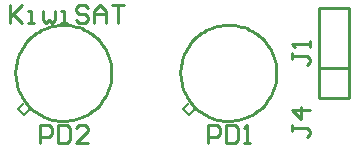
<source format=gto>
%FSLAX43Y43*%
%MOMM*%
G71*
G01*
G75*
%ADD10C,1.000*%
%ADD11C,1.600*%
%ADD12C,3.800*%
%ADD13C,1.524*%
%ADD14R,1.524X1.524*%
%ADD15R,1.600X1.600*%
%ADD16C,0.254*%
%ADD17C,0.203*%
D16*
X23064Y6440D02*
X23056Y6693D01*
X23033Y6944D01*
X22993Y7194D01*
X22939Y7441D01*
X22869Y7684D01*
X22784Y7922D01*
X22685Y8154D01*
X22571Y8380D01*
X22443Y8598D01*
X22303Y8808D01*
X22149Y9009D01*
X21983Y9200D01*
X21806Y9380D01*
X21618Y9549D01*
X21419Y9705D01*
X21212Y9850D01*
X20995Y9980D01*
X20771Y10098D01*
X20541Y10201D01*
X20304Y10289D01*
X20062Y10363D01*
X19816Y10421D01*
X19567Y10464D01*
X19316Y10492D01*
X19063Y10504D01*
X18810Y10500D01*
X18558Y10480D01*
X18308Y10445D01*
X18060Y10394D01*
X17816Y10328D01*
X17577Y10247D01*
X17343Y10151D01*
X17116Y10041D01*
X16895Y9917D01*
X16683Y9779D01*
X16480Y9629D01*
X16287Y9466D01*
X16104Y9291D01*
X15932Y9106D01*
X15773Y8910D01*
X15625Y8704D01*
X15491Y8490D01*
X15370Y8268D01*
X15264Y8039D01*
X15172Y7804D01*
X15094Y7563D01*
X15032Y7318D01*
X14985Y7069D01*
X14954Y6819D01*
X14938Y6566D01*
Y6314D01*
X14954Y6061D01*
X14985Y5810D01*
X15032Y5562D01*
X15094Y5317D01*
X15172Y5076D01*
X15264Y4841D01*
X15370Y4612D01*
X15491Y4390D01*
X15625Y4176D01*
X15773Y3970D01*
X15932Y3774D01*
X16104Y3589D01*
X16287Y3414D01*
X16480Y3251D01*
X16683Y3101D01*
X16895Y2963D01*
X17116Y2839D01*
X17343Y2729D01*
X17577Y2633D01*
X17817Y2552D01*
X18061Y2486D01*
X18308Y2435D01*
X18558Y2400D01*
X18810Y2380D01*
X19063Y2376D01*
X19316Y2388D01*
X19567Y2416D01*
X19816Y2459D01*
X20062Y2517D01*
X20304Y2591D01*
X20541Y2679D01*
X20771Y2782D01*
X20995Y2900D01*
X21212Y3030D01*
X21419Y3175D01*
X21618Y3331D01*
X21806Y3500D01*
X21983Y3680D01*
X22149Y3871D01*
X22303Y4072D01*
X22444Y4282D01*
X22571Y4500D01*
X22685Y4726D01*
X22784Y4958D01*
X22869Y5196D01*
X22939Y5439D01*
X22993Y5686D01*
X23033Y5936D01*
X23056Y6187D01*
X23064Y6440D01*
X9094D02*
X9086Y6693D01*
X9063Y6944D01*
X9023Y7194D01*
X8969Y7441D01*
X8899Y7684D01*
X8814Y7922D01*
X8715Y8154D01*
X8601Y8380D01*
X8473Y8598D01*
X8333Y8808D01*
X8179Y9009D01*
X8013Y9200D01*
X7836Y9380D01*
X7648Y9549D01*
X7449Y9705D01*
X7242Y9850D01*
X7025Y9980D01*
X6801Y10098D01*
X6571Y10201D01*
X6334Y10289D01*
X6092Y10363D01*
X5846Y10421D01*
X5597Y10464D01*
X5346Y10492D01*
X5093Y10504D01*
X4840Y10500D01*
X4588Y10480D01*
X4338Y10445D01*
X4090Y10394D01*
X3846Y10328D01*
X3607Y10247D01*
X3373Y10151D01*
X3146Y10041D01*
X2925Y9917D01*
X2713Y9779D01*
X2510Y9629D01*
X2317Y9466D01*
X2134Y9291D01*
X1962Y9106D01*
X1803Y8910D01*
X1655Y8704D01*
X1521Y8490D01*
X1400Y8268D01*
X1294Y8039D01*
X1202Y7804D01*
X1124Y7563D01*
X1062Y7318D01*
X1015Y7069D01*
X984Y6819D01*
X968Y6566D01*
Y6314D01*
X984Y6061D01*
X1015Y5810D01*
X1062Y5562D01*
X1124Y5317D01*
X1202Y5076D01*
X1294Y4841D01*
X1400Y4612D01*
X1521Y4390D01*
X1655Y4176D01*
X1803Y3970D01*
X1962Y3774D01*
X2134Y3589D01*
X2317Y3414D01*
X2510Y3251D01*
X2713Y3101D01*
X2925Y2963D01*
X3146Y2839D01*
X3373Y2729D01*
X3607Y2633D01*
X3847Y2552D01*
X4091Y2486D01*
X4338Y2435D01*
X4588Y2400D01*
X4840Y2380D01*
X5093Y2376D01*
X5346Y2388D01*
X5597Y2416D01*
X5846Y2459D01*
X6092Y2517D01*
X6334Y2591D01*
X6571Y2679D01*
X6801Y2782D01*
X7025Y2900D01*
X7242Y3030D01*
X7449Y3175D01*
X7648Y3331D01*
X7836Y3500D01*
X8013Y3680D01*
X8179Y3871D01*
X8333Y4072D01*
X8474Y4282D01*
X8601Y4500D01*
X8715Y4726D01*
X8814Y4958D01*
X8899Y5196D01*
X8969Y5439D01*
X9023Y5686D01*
X9063Y5936D01*
X9086Y6187D01*
X9094Y6440D01*
X26670Y6858D02*
X29210D01*
X26670Y4318D02*
X29210D01*
X26670D02*
Y11938D01*
X29210D01*
Y4318D02*
Y11938D01*
X24384Y2032D02*
Y1524D01*
Y1778D01*
X25654D01*
X25908Y1524D01*
Y1270D01*
X25654Y1016D01*
X25908Y3301D02*
X24384D01*
X25146Y2540D01*
Y3555D01*
X3048Y508D02*
Y2032D01*
X3810D01*
X4064Y1778D01*
Y1270D01*
X3810Y1016D01*
X3048D01*
X4572Y2032D02*
Y508D01*
X5333D01*
X5587Y762D01*
Y1778D01*
X5333Y2032D01*
X4572D01*
X7111Y508D02*
X6095D01*
X7111Y1524D01*
Y1778D01*
X6857Y2032D01*
X6349D01*
X6095Y1778D01*
X17272Y508D02*
Y2032D01*
X18034D01*
X18288Y1778D01*
Y1270D01*
X18034Y1016D01*
X17272D01*
X18796Y2032D02*
Y508D01*
X19557D01*
X19811Y762D01*
Y1778D01*
X19557Y2032D01*
X18796D01*
X20319Y508D02*
X20827D01*
X20573D01*
Y2032D01*
X20319Y1778D01*
X24384Y8128D02*
Y7620D01*
Y7874D01*
X25654D01*
X25908Y7620D01*
Y7366D01*
X25654Y7112D01*
X25908Y8636D02*
Y9143D01*
Y8889D01*
X24384D01*
X24638Y8636D01*
X508Y12192D02*
Y10668D01*
Y11176D01*
X1524Y12192D01*
X762Y11430D01*
X1524Y10668D01*
X2032D02*
X2539D01*
X2285D01*
Y11684D01*
X2032D01*
X3301D02*
Y10922D01*
X3555Y10668D01*
X3809Y10922D01*
X4063Y10668D01*
X4317Y10922D01*
Y11684D01*
X4825Y10668D02*
X5332D01*
X5079D01*
Y11684D01*
X4825D01*
X7110Y11938D02*
X6856Y12192D01*
X6348D01*
X6094Y11938D01*
Y11684D01*
X6348Y11430D01*
X6856D01*
X7110Y11176D01*
Y10922D01*
X6856Y10668D01*
X6348D01*
X6094Y10922D01*
X7618Y10668D02*
Y11684D01*
X8126Y12192D01*
X8633Y11684D01*
Y10668D01*
Y11430D01*
X7618D01*
X9141Y12192D02*
X10157D01*
X9649D01*
Y10668D01*
D17*
X15190Y3392D02*
X15698Y3900D01*
X15190Y3392D02*
X15698Y2884D01*
X16206Y3392D01*
X1220D02*
X1728Y3900D01*
X1220Y3392D02*
X1728Y2884D01*
X2236Y3392D01*
M02*

</source>
